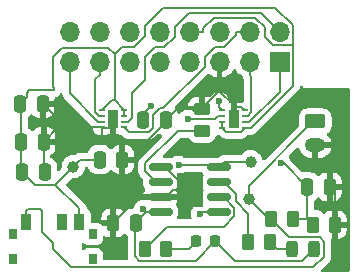
<source format=gbr>
%TF.GenerationSoftware,KiCad,Pcbnew,8.0.0*%
%TF.CreationDate,2024-04-21T04:34:17+02:00*%
%TF.ProjectId,MicroMouse Power,4d696372-6f4d-46f7-9573-6520506f7765,rev?*%
%TF.SameCoordinates,Original*%
%TF.FileFunction,Copper,L1,Top*%
%TF.FilePolarity,Positive*%
%FSLAX46Y46*%
G04 Gerber Fmt 4.6, Leading zero omitted, Abs format (unit mm)*
G04 Created by KiCad (PCBNEW 8.0.0) date 2024-04-21 04:34:17*
%MOMM*%
%LPD*%
G01*
G04 APERTURE LIST*
G04 Aperture macros list*
%AMRoundRect*
0 Rectangle with rounded corners*
0 $1 Rounding radius*
0 $2 $3 $4 $5 $6 $7 $8 $9 X,Y pos of 4 corners*
0 Add a 4 corners polygon primitive as box body*
4,1,4,$2,$3,$4,$5,$6,$7,$8,$9,$2,$3,0*
0 Add four circle primitives for the rounded corners*
1,1,$1+$1,$2,$3*
1,1,$1+$1,$4,$5*
1,1,$1+$1,$6,$7*
1,1,$1+$1,$8,$9*
0 Add four rect primitives between the rounded corners*
20,1,$1+$1,$2,$3,$4,$5,0*
20,1,$1+$1,$4,$5,$6,$7,0*
20,1,$1+$1,$6,$7,$8,$9,0*
20,1,$1+$1,$8,$9,$2,$3,0*%
G04 Aperture macros list end*
%TA.AperFunction,SMDPad,CuDef*%
%ADD10C,1.000000*%
%TD*%
%TA.AperFunction,SMDPad,CuDef*%
%ADD11RoundRect,0.250000X-0.250000X-0.475000X0.250000X-0.475000X0.250000X0.475000X-0.250000X0.475000X0*%
%TD*%
%TA.AperFunction,SMDPad,CuDef*%
%ADD12RoundRect,0.250000X-0.262500X-0.450000X0.262500X-0.450000X0.262500X0.450000X-0.262500X0.450000X0*%
%TD*%
%TA.AperFunction,SMDPad,CuDef*%
%ADD13RoundRect,0.062500X0.187500X0.062500X-0.187500X0.062500X-0.187500X-0.062500X0.187500X-0.062500X0*%
%TD*%
%TA.AperFunction,SMDPad,CuDef*%
%ADD14R,0.900000X1.600000*%
%TD*%
%TA.AperFunction,SMDPad,CuDef*%
%ADD15RoundRect,0.243750X-0.243750X-0.456250X0.243750X-0.456250X0.243750X0.456250X-0.243750X0.456250X0*%
%TD*%
%TA.AperFunction,ComponentPad*%
%ADD16RoundRect,0.250000X-0.625000X0.350000X-0.625000X-0.350000X0.625000X-0.350000X0.625000X0.350000X0*%
%TD*%
%TA.AperFunction,ComponentPad*%
%ADD17O,1.750000X1.200000*%
%TD*%
%TA.AperFunction,SMDPad,CuDef*%
%ADD18RoundRect,0.250000X0.450000X-0.262500X0.450000X0.262500X-0.450000X0.262500X-0.450000X-0.262500X0*%
%TD*%
%TA.AperFunction,SMDPad,CuDef*%
%ADD19RoundRect,0.250000X0.262500X0.450000X-0.262500X0.450000X-0.262500X-0.450000X0.262500X-0.450000X0*%
%TD*%
%TA.AperFunction,SMDPad,CuDef*%
%ADD20RoundRect,0.062500X-0.187500X-0.062500X0.187500X-0.062500X0.187500X0.062500X-0.187500X0.062500X0*%
%TD*%
%TA.AperFunction,SMDPad,CuDef*%
%ADD21RoundRect,0.250000X0.250000X0.475000X-0.250000X0.475000X-0.250000X-0.475000X0.250000X-0.475000X0*%
%TD*%
%TA.AperFunction,SMDPad,CuDef*%
%ADD22R,0.900000X1.400000*%
%TD*%
%TA.AperFunction,SMDPad,CuDef*%
%ADD23R,0.750000X0.850000*%
%TD*%
%TA.AperFunction,SMDPad,CuDef*%
%ADD24RoundRect,0.150000X-0.825000X-0.150000X0.825000X-0.150000X0.825000X0.150000X-0.825000X0.150000X0*%
%TD*%
%TA.AperFunction,HeatsinkPad*%
%ADD25R,2.290000X3.000000*%
%TD*%
%TA.AperFunction,SMDPad,CuDef*%
%ADD26RoundRect,0.218750X-0.218750X-0.256250X0.218750X-0.256250X0.218750X0.256250X-0.218750X0.256250X0*%
%TD*%
%TA.AperFunction,ComponentPad*%
%ADD27R,1.700000X1.700000*%
%TD*%
%TA.AperFunction,ComponentPad*%
%ADD28O,1.700000X1.700000*%
%TD*%
%TA.AperFunction,ViaPad*%
%ADD29C,0.600000*%
%TD*%
%TA.AperFunction,Conductor*%
%ADD30C,0.200000*%
%TD*%
G04 APERTURE END LIST*
D10*
%TO.P,TP5,1,1*%
%TO.N,+5V*%
X195900000Y-58410000D03*
%TD*%
D11*
%TO.P,C5,1*%
%TO.N,BATT*%
X176370000Y-53470000D03*
%TO.P,C5,2*%
%TO.N,GND*%
X178270000Y-53470000D03*
%TD*%
D10*
%TO.P,TP4,1,1*%
%TO.N,BATT*%
X180880000Y-58790000D03*
%TD*%
D11*
%TO.P,C4,1*%
%TO.N,BATT*%
X176560000Y-59240000D03*
%TO.P,C4,2*%
%TO.N,GND*%
X178460000Y-59240000D03*
%TD*%
D12*
%TO.P,R4,1*%
%TO.N,B+*%
X197645000Y-63240000D03*
%TO.P,R4,2*%
%TO.N,BATT_ADC*%
X199470000Y-63240000D03*
%TD*%
D13*
%TO.P,U5,1,VM*%
%TO.N,BATT*%
X195390000Y-55500000D03*
%TO.P,U5,2,OUT1*%
%TO.N,M2_A*%
X195390000Y-55000000D03*
%TO.P,U5,3,OUT2*%
%TO.N,M2_B*%
X195390000Y-54500000D03*
%TO.P,U5,4,GND*%
%TO.N,GND*%
X195390000Y-54000000D03*
%TO.P,U5,5,IN2*%
%TO.N,M2_PWM4*%
X193490000Y-54000000D03*
%TO.P,U5,6,IN1*%
%TO.N,M2_PWM3*%
X193490000Y-54500000D03*
%TO.P,U5,7,~{SLEEP}*%
%TO.N,BATT*%
X193490000Y-55000000D03*
%TO.P,U5,8,VCC*%
X193490000Y-55500000D03*
D14*
%TO.P,U5,9,GND*%
%TO.N,GND*%
X194440000Y-54750000D03*
%TD*%
D15*
%TO.P,D1,1,K*%
%TO.N,Net-(D1-K)*%
X199390000Y-65790000D03*
%TO.P,D1,2,A*%
%TO.N,+5V*%
X201265000Y-65790000D03*
%TD*%
D16*
%TO.P,J2,1,Pin_1*%
%TO.N,B+*%
X201360000Y-54970000D03*
D17*
%TO.P,J2,2,Pin_2*%
%TO.N,GND*%
X201360000Y-56970000D03*
%TD*%
D18*
%TO.P,R3,1*%
%TO.N,Net-(U1-PROG)*%
X191770000Y-55760000D03*
%TO.P,R3,2*%
%TO.N,GND*%
X191770000Y-53935000D03*
%TD*%
D11*
%TO.P,C2,1*%
%TO.N,B+*%
X186800000Y-54860000D03*
%TO.P,C2,2*%
%TO.N,GND*%
X188700000Y-54860000D03*
%TD*%
%TO.P,C3,1*%
%TO.N,BATT*%
X176460000Y-56680000D03*
%TO.P,C3,2*%
%TO.N,GND*%
X178360000Y-56680000D03*
%TD*%
%TO.P,C9,1*%
%TO.N,BATT_ADC*%
X200680000Y-60510000D03*
%TO.P,C9,2*%
%TO.N,GND*%
X202580000Y-60510000D03*
%TD*%
D10*
%TO.P,TP1,1,1*%
%TO.N,B+*%
X195730000Y-61560000D03*
%TD*%
D19*
%TO.P,R1,1*%
%TO.N,Net-(D2-K)*%
X188760000Y-65730000D03*
%TO.P,R1,2*%
%TO.N,Net-(U1-~{STDBY})*%
X186935000Y-65730000D03*
%TD*%
D20*
%TO.P,U4,1,VM*%
%TO.N,BATT*%
X183300000Y-53980000D03*
%TO.P,U4,2,OUT1*%
%TO.N,M1_A*%
X183300000Y-54480000D03*
%TO.P,U4,3,OUT2*%
%TO.N,M1_B*%
X183300000Y-54980000D03*
%TO.P,U4,4,GND*%
%TO.N,GND*%
X183300000Y-55480000D03*
%TO.P,U4,5,IN2*%
%TO.N,M1_PWM2*%
X185200000Y-55480000D03*
%TO.P,U4,6,IN1*%
%TO.N,M1_PWM1*%
X185200000Y-54980000D03*
%TO.P,U4,7,~{SLEEP}*%
%TO.N,BATT*%
X185200000Y-54480000D03*
%TO.P,U4,8,VCC*%
X185200000Y-53980000D03*
D14*
%TO.P,U4,9,GND*%
%TO.N,GND*%
X184250000Y-54730000D03*
%TD*%
D19*
%TO.P,R2,1*%
%TO.N,Net-(D1-K)*%
X197500000Y-65210000D03*
%TO.P,R2,2*%
%TO.N,Net-(U1-~{CHRG})*%
X195675000Y-65210000D03*
%TD*%
D21*
%TO.P,C1,1*%
%TO.N,+5V*%
X186150000Y-63570000D03*
%TO.P,C1,2*%
%TO.N,GND*%
X184250000Y-63570000D03*
%TD*%
D12*
%TO.P,R5,1*%
%TO.N,BATT_ADC*%
X201165000Y-63700000D03*
%TO.P,R5,2*%
%TO.N,GND*%
X202990000Y-63700000D03*
%TD*%
D22*
%TO.P,SW1,1,B*%
%TO.N,B+*%
X176890000Y-63513700D03*
%TO.P,SW1,2,C*%
%TO.N,unconnected-(SW1-C-Pad2)*%
X179890000Y-63513700D03*
%TO.P,SW1,3,A*%
%TO.N,BATT*%
X181390000Y-63513700D03*
D23*
%TO.P,SW1,4*%
%TO.N,N/C*%
X175765000Y-64480700D03*
%TO.P,SW1,5*%
X175765000Y-66630700D03*
%TO.P,SW1,6*%
X182515000Y-64480700D03*
%TO.P,SW1,7*%
X182515000Y-66605700D03*
%TD*%
D11*
%TO.P,C6,1*%
%TO.N,BATT*%
X183120000Y-58210000D03*
%TO.P,C6,2*%
%TO.N,GND*%
X185020000Y-58210000D03*
%TD*%
D24*
%TO.P,U1,1,TEMP*%
%TO.N,GND*%
X188265000Y-58855000D03*
%TO.P,U1,2,PROG*%
%TO.N,Net-(U1-PROG)*%
X188265000Y-60125000D03*
%TO.P,U1,3,GND*%
%TO.N,GND*%
X188265000Y-61395000D03*
%TO.P,U1,4,VCC*%
%TO.N,+5V*%
X188265000Y-62665000D03*
%TO.P,U1,5,BAT*%
%TO.N,B+*%
X193215000Y-62665000D03*
%TO.P,U1,6,~{STDBY}*%
%TO.N,Net-(U1-~{STDBY})*%
X193215000Y-61395000D03*
%TO.P,U1,7,~{CHRG}*%
%TO.N,Net-(U1-~{CHRG})*%
X193215000Y-60125000D03*
%TO.P,U1,8,CE*%
%TO.N,+5V*%
X193215000Y-58855000D03*
D25*
%TO.P,U1,9,PP*%
%TO.N,GND*%
X190740000Y-60760000D03*
%TD*%
D26*
%TO.P,D2,1,K*%
%TO.N,Net-(D2-K)*%
X191292500Y-65120000D03*
%TO.P,D2,2,A*%
%TO.N,+5V*%
X192867500Y-65120000D03*
%TD*%
D27*
%TO.P,J1,1,Pin_1*%
%TO.N,M2_A*%
X198330000Y-49900000D03*
D28*
%TO.P,J1,2,Pin_2*%
%TO.N,M1_PWM1*%
X198330000Y-47360000D03*
%TO.P,J1,3,Pin_3*%
%TO.N,M2_B*%
X195790000Y-49900000D03*
%TO.P,J1,4,Pin_4*%
%TO.N,M1_PWM2*%
X195790000Y-47360000D03*
%TO.P,J1,5,Pin_5*%
%TO.N,GND*%
X193250000Y-49900000D03*
%TO.P,J1,6,Pin_6*%
X193250000Y-47360000D03*
%TO.P,J1,7,Pin_7*%
%TO.N,BATT*%
X190710000Y-49900000D03*
%TO.P,J1,8,Pin_8*%
X190710000Y-47360000D03*
%TO.P,J1,9,Pin_9*%
%TO.N,unconnected-(J1-Pin_9-Pad9)*%
X188170000Y-49900000D03*
%TO.P,J1,10,Pin_10*%
%TO.N,BATT_ADC*%
X188170000Y-47360000D03*
%TO.P,J1,11,Pin_11*%
%TO.N,+5V*%
X185630000Y-49900000D03*
%TO.P,J1,12,Pin_12*%
X185630000Y-47360000D03*
%TO.P,J1,13,Pin_13*%
%TO.N,M1_A*%
X183090000Y-49900000D03*
%TO.P,J1,14,Pin_14*%
%TO.N,M2_PWM3*%
X183090000Y-47360000D03*
%TO.P,J1,15,Pin_15*%
%TO.N,M1_B*%
X180550000Y-49900000D03*
%TO.P,J1,16,Pin_16*%
%TO.N,M2_PWM4*%
X180550000Y-47360000D03*
%TD*%
D29*
%TO.N,+5V*%
X186784100Y-62394100D03*
X189782500Y-58662800D03*
%TO.N,B+*%
X191608600Y-62774100D03*
X187476600Y-53670300D03*
%TO.N,M2_PWM4*%
X193216800Y-53254800D03*
%TO.N,M2_PWM3*%
X190565700Y-54760500D03*
%TO.N,BATT_ADC*%
X198486300Y-58503000D03*
%TD*%
D30*
%TO.N,+5V*%
X186467400Y-66760700D02*
X191226800Y-66760700D01*
X191226800Y-66760700D02*
X192867500Y-65120000D01*
X187055000Y-62665000D02*
X186150000Y-63570000D01*
X194542600Y-66795100D02*
X200259900Y-66795100D01*
X193215000Y-58855000D02*
X193022800Y-58662800D01*
X193660000Y-58410000D02*
X195900000Y-58410000D01*
X192867500Y-65120000D02*
X194542600Y-66795100D01*
X193215000Y-58855000D02*
X193660000Y-58410000D01*
X186150000Y-63570000D02*
X186099700Y-63620300D01*
X186784100Y-62394100D02*
X187055000Y-62665000D01*
X186099700Y-63620300D02*
X186099700Y-66393000D01*
X188265000Y-62665000D02*
X187055000Y-62665000D01*
X200259900Y-66795100D02*
X201265000Y-65790000D01*
X193022800Y-58662800D02*
X189782500Y-58662800D01*
X186099700Y-66393000D02*
X186467400Y-66760700D01*
%TO.N,B+*%
X202110600Y-65135700D02*
X201720000Y-64745100D01*
X178240000Y-64340000D02*
X179140000Y-65240000D01*
X191717700Y-62665000D02*
X191608600Y-62774100D01*
X201165800Y-54970000D02*
X201360000Y-54970000D01*
X197410000Y-63240000D02*
X197645000Y-63240000D01*
X178240000Y-62530000D02*
X178240000Y-64340000D01*
X193215000Y-62665000D02*
X191717700Y-62665000D01*
X199150100Y-64745100D02*
X197645000Y-63240000D01*
X180711200Y-67334900D02*
X201197100Y-67334900D01*
X186800000Y-54860000D02*
X186800000Y-54346900D01*
X201197100Y-67334900D02*
X202110600Y-66421400D01*
X178070000Y-62360000D02*
X178240000Y-62530000D01*
X176890000Y-63513700D02*
X176890000Y-62540000D01*
X179140000Y-65763700D02*
X180711200Y-67334900D01*
X202110600Y-66421400D02*
X202110600Y-65135700D01*
X186800000Y-54346900D02*
X187476600Y-53670300D01*
X177070000Y-62360000D02*
X178070000Y-62360000D01*
X195730000Y-61560000D02*
X197410000Y-63240000D01*
X195730000Y-60405800D02*
X201165800Y-54970000D01*
X179140000Y-65240000D02*
X179140000Y-65763700D01*
X176890000Y-62540000D02*
X177070000Y-62360000D01*
X195730000Y-61560000D02*
X195730000Y-60405800D01*
X201720000Y-64745100D02*
X199150100Y-64745100D01*
%TO.N,Net-(D1-K)*%
X198080000Y-65790000D02*
X197500000Y-65210000D01*
X199390000Y-65790000D02*
X198080000Y-65790000D01*
%TO.N,Net-(D2-K)*%
X188760000Y-65730000D02*
X190682500Y-65730000D01*
X190682500Y-65730000D02*
X191292500Y-65120000D01*
%TO.N,M2_PWM4*%
X193216800Y-53726800D02*
X193490000Y-54000000D01*
X193216800Y-53254800D02*
X193216800Y-53726800D01*
%TO.N,M2_PWM3*%
X193156500Y-54500000D02*
X192896000Y-54760500D01*
X192896000Y-54760500D02*
X190565700Y-54760500D01*
X193490000Y-54500000D02*
X193156500Y-54500000D01*
%TO.N,M1_A*%
X183034500Y-54480000D02*
X183300000Y-54480000D01*
X183090000Y-51051700D02*
X182743400Y-51398300D01*
X182743400Y-51398300D02*
X182743400Y-54188900D01*
X183090000Y-49900000D02*
X183090000Y-51051700D01*
X182743400Y-54188900D02*
X183034500Y-54480000D01*
%TO.N,M2_B*%
X195790000Y-49900000D02*
X195790000Y-51051700D01*
X195943700Y-51205400D02*
X195943700Y-54211800D01*
X195655500Y-54500000D02*
X195390000Y-54500000D01*
X195943700Y-54211800D02*
X195655500Y-54500000D01*
X195790000Y-51051700D02*
X195943700Y-51205400D01*
%TO.N,M1_PWM2*%
X188470500Y-53832300D02*
X191980000Y-50322800D01*
X185200000Y-55480000D02*
X185607700Y-55887700D01*
X187602700Y-55563800D02*
X187602700Y-54428000D01*
X188198400Y-53832300D02*
X188470500Y-53832300D01*
X193636800Y-48630000D02*
X194638300Y-47628500D01*
X191980000Y-49540700D02*
X192890700Y-48630000D01*
X187278800Y-55887700D02*
X187602700Y-55563800D01*
X194638300Y-47628500D02*
X194638300Y-47360000D01*
X185607700Y-55887700D02*
X187278800Y-55887700D01*
X192890700Y-48630000D02*
X193636800Y-48630000D01*
X195790000Y-47360000D02*
X194638300Y-47360000D01*
X187602700Y-54428000D02*
X188198400Y-53832300D01*
X191980000Y-50322800D02*
X191980000Y-49540700D01*
%TO.N,BATT_ADC*%
X200680000Y-60510000D02*
X200680000Y-63240000D01*
X198673000Y-58503000D02*
X200680000Y-60510000D01*
X199470000Y-63240000D02*
X200680000Y-63240000D01*
X198486300Y-58503000D02*
X198673000Y-58503000D01*
X200705000Y-63240000D02*
X201165000Y-63700000D01*
X200680000Y-63240000D02*
X200705000Y-63240000D01*
%TO.N,BATT*%
X177630100Y-60310100D02*
X179359900Y-60310100D01*
X176960000Y-52880000D02*
X176960000Y-52540000D01*
X177150000Y-52350000D02*
X178760000Y-52350000D01*
X184360000Y-53140000D02*
X185200000Y-53980000D01*
X185200000Y-54480000D02*
X185200000Y-53980000D01*
X196258900Y-46193000D02*
X192760200Y-46193000D01*
X176560000Y-59240000D02*
X177630100Y-60310100D01*
X181460000Y-58210000D02*
X180880000Y-58790000D01*
X176460000Y-56680000D02*
X176460000Y-59140000D01*
X195912700Y-55500000D02*
X199483300Y-51929400D01*
X186024100Y-48630000D02*
X186900000Y-47754100D01*
X176460000Y-59140000D02*
X176560000Y-59240000D01*
X176960000Y-52540000D02*
X177150000Y-52350000D01*
X176370000Y-53470000D02*
X176460000Y-53560000D01*
X195038300Y-55851700D02*
X193841700Y-55851700D01*
X184360000Y-49297800D02*
X185027800Y-48630000D01*
X192760200Y-46193000D02*
X191861700Y-47091500D01*
X176370000Y-53470000D02*
X176960000Y-52880000D01*
X179200000Y-52090000D02*
X179170000Y-52060000D01*
X199483300Y-51929400D02*
X199483300Y-48523400D01*
X197060000Y-46994100D02*
X196258900Y-46193000D01*
X188477100Y-45351500D02*
X197989100Y-45351500D01*
X176460000Y-53560000D02*
X176664400Y-53560000D01*
X179200000Y-52330000D02*
X179200000Y-52090000D01*
X199483300Y-48523400D02*
X197805100Y-48523400D01*
X195390000Y-55500000D02*
X195038300Y-55851700D01*
X197060000Y-47778300D02*
X197060000Y-46994100D01*
X184360000Y-53140000D02*
X184140000Y-53140000D01*
X179359900Y-60310100D02*
X181390000Y-62340200D01*
X197989100Y-45351500D02*
X199483300Y-46845700D01*
X183120000Y-58210000D02*
X181460000Y-58210000D01*
X183810500Y-48748300D02*
X184360000Y-49297800D01*
X190710000Y-47360000D02*
X191861700Y-47360000D01*
X176460000Y-53560000D02*
X176460000Y-56680000D01*
X193841700Y-55851700D02*
X193490000Y-55500000D01*
X178760000Y-52350000D02*
X178770000Y-52340000D01*
X193490000Y-55000000D02*
X193490000Y-55500000D01*
X186900000Y-47754100D02*
X186900000Y-46928600D01*
X179170000Y-49510000D02*
X179931700Y-48748300D01*
X184140000Y-53140000D02*
X183300000Y-53980000D01*
X179190000Y-52340000D02*
X179200000Y-52330000D01*
X179170000Y-52060000D02*
X179170000Y-49510000D01*
X186900000Y-46928600D02*
X188477100Y-45351500D01*
X179931700Y-48748300D02*
X183810500Y-48748300D01*
X179359900Y-60310100D02*
X180880000Y-58790000D01*
X184360000Y-49297800D02*
X184360000Y-53140000D01*
X197805100Y-48523400D02*
X197060000Y-47778300D01*
X191861700Y-47091500D02*
X191861700Y-47360000D01*
X181390000Y-62340200D02*
X181390000Y-63513700D01*
X199483300Y-46845700D02*
X199483300Y-48523400D01*
X195390000Y-55500000D02*
X195912700Y-55500000D01*
X185027800Y-48630000D02*
X186024100Y-48630000D01*
X178770000Y-52340000D02*
X179190000Y-52340000D01*
%TO.N,M2_A*%
X198330000Y-49900000D02*
X198330000Y-51051700D01*
X195774200Y-55000000D02*
X195390000Y-55000000D01*
X198330000Y-52444200D02*
X195774200Y-55000000D01*
X198330000Y-51051700D02*
X198330000Y-52444200D01*
%TO.N,M1_B*%
X180550000Y-49900000D02*
X180550000Y-52596200D01*
X180550000Y-52596200D02*
X182933800Y-54980000D01*
X182933800Y-54980000D02*
X183300000Y-54980000D01*
%TO.N,M1_PWM1*%
X190649200Y-45784800D02*
X196754800Y-45784800D01*
X185824800Y-52534100D02*
X186900000Y-51458900D01*
X185824800Y-54636500D02*
X185824800Y-52534100D01*
X188588300Y-48630000D02*
X189440000Y-47778300D01*
X189440000Y-47778300D02*
X189440000Y-46994000D01*
X186900000Y-51458900D02*
X186900000Y-49481600D01*
X185200000Y-54980000D02*
X185481300Y-54980000D01*
X186900000Y-49481600D02*
X187751600Y-48630000D01*
X185481300Y-54980000D02*
X185824800Y-54636500D01*
X196754800Y-45784800D02*
X198330000Y-47360000D01*
X187751600Y-48630000D02*
X188588300Y-48630000D01*
X189440000Y-46994000D02*
X190649200Y-45784800D01*
%TO.N,Net-(U1-~{STDBY})*%
X194501300Y-63016100D02*
X194501300Y-62289100D01*
X186935000Y-65730000D02*
X188796800Y-63868200D01*
X188796800Y-63868200D02*
X193649200Y-63868200D01*
X194501300Y-62289100D02*
X193607200Y-61395000D01*
X193649200Y-63868200D02*
X194501300Y-63016100D01*
X193607200Y-61395000D02*
X193215000Y-61395000D01*
%TO.N,Net-(U1-~{CHRG})*%
X194630400Y-61141700D02*
X194630400Y-61722100D01*
X193613700Y-60125000D02*
X194630400Y-61141700D01*
X195675000Y-62766700D02*
X195675000Y-65210000D01*
X193215000Y-60125000D02*
X193613700Y-60125000D01*
X194630400Y-61722100D02*
X195675000Y-62766700D01*
%TO.N,Net-(U1-PROG)*%
X187903000Y-60125000D02*
X186983400Y-59205400D01*
X186983400Y-58510500D02*
X189733900Y-55760000D01*
X186983400Y-59205400D02*
X186983400Y-58510500D01*
X188265000Y-60125000D02*
X187903000Y-60125000D01*
X189733900Y-55760000D02*
X191770000Y-55760000D01*
%TO.N,GND*%
X188656600Y-58855000D02*
X188265000Y-58855000D01*
X191770000Y-53935000D02*
X191770000Y-53817700D01*
X194440000Y-54750000D02*
X194440000Y-53711500D01*
X178460000Y-59240000D02*
X178360000Y-59140000D01*
X185020000Y-58210000D02*
X185020000Y-56601700D01*
X194440000Y-53711500D02*
X195101500Y-53711500D01*
X188265000Y-61395000D02*
X188658300Y-61395000D01*
X186483900Y-61336100D02*
X184250000Y-63570000D01*
X184250000Y-55518400D02*
X183338400Y-55518400D01*
X202990000Y-63700000D02*
X202990000Y-60920000D01*
X188658300Y-61395000D02*
X189293300Y-60760000D01*
X184250000Y-55518400D02*
X184250000Y-55831700D01*
X189625000Y-53935000D02*
X188700000Y-54860000D01*
X191770000Y-53935000D02*
X189625000Y-53935000D01*
X190484700Y-60760000D02*
X190484700Y-60683100D01*
X193204000Y-51428500D02*
X193204000Y-52383600D01*
X190484700Y-60760000D02*
X189293300Y-60760000D01*
X191770000Y-53817700D02*
X193204100Y-52383600D01*
X185020000Y-56601700D02*
X187132800Y-56601700D01*
X194440000Y-53619600D02*
X194440000Y-53711500D01*
X188265000Y-61395000D02*
X186542800Y-61395000D01*
X202580000Y-59091700D02*
X201360000Y-57871700D01*
X186483900Y-61336100D02*
X185020000Y-59872200D01*
X183338400Y-55518400D02*
X183300000Y-55480000D01*
X190484700Y-60683100D02*
X188656600Y-58855000D01*
X185020000Y-56601700D02*
X184250000Y-55831700D01*
X202990000Y-60920000D02*
X202580000Y-60510000D01*
X183300000Y-55480000D02*
X179560000Y-55480000D01*
X185020000Y-59872200D02*
X185020000Y-58210000D01*
X188700000Y-55034500D02*
X188700000Y-54860000D01*
X193250000Y-49900000D02*
X193250000Y-51051700D01*
X193204100Y-52383600D02*
X194440000Y-53619600D01*
X186542800Y-61395000D02*
X186483900Y-61336100D01*
X179560000Y-55480000D02*
X179560000Y-54760000D01*
X202580000Y-60510000D02*
X202580000Y-59091700D01*
X193250000Y-51382500D02*
X193204000Y-51428500D01*
X201360000Y-56970000D02*
X201360000Y-57871700D01*
X178360000Y-59140000D02*
X178360000Y-56680000D01*
X190740000Y-60760000D02*
X190484700Y-60760000D01*
X179560000Y-55480000D02*
X178360000Y-56680000D01*
X193250000Y-51051700D02*
X193250000Y-51382500D01*
X184250000Y-54730000D02*
X184250000Y-55518400D01*
X193204000Y-52383600D02*
X193204100Y-52383600D01*
X187132800Y-56601700D02*
X188700000Y-55034500D01*
X179560000Y-54760000D02*
X178270000Y-53470000D01*
X195101500Y-53711500D02*
X195390000Y-54000000D01*
%TD*%
%TA.AperFunction,Conductor*%
%TO.N,GND*%
G36*
X200238397Y-51978773D02*
G01*
X200277266Y-52005080D01*
X200312686Y-52040500D01*
X200426814Y-52106392D01*
X200554108Y-52140500D01*
X204145500Y-52140500D01*
X204212539Y-52160185D01*
X204258294Y-52212989D01*
X204269500Y-52264500D01*
X204269500Y-67605500D01*
X204249815Y-67672539D01*
X204197011Y-67718294D01*
X204145500Y-67729500D01*
X201951096Y-67729500D01*
X201884057Y-67709815D01*
X201838302Y-67657011D01*
X201828358Y-67587853D01*
X201857383Y-67524297D01*
X201863415Y-67517819D01*
X202083206Y-67298028D01*
X202479313Y-66901921D01*
X202479316Y-66901920D01*
X202591120Y-66790116D01*
X202641239Y-66703304D01*
X202670177Y-66653185D01*
X202711100Y-66500457D01*
X202711100Y-66342343D01*
X202711100Y-65224759D01*
X202711101Y-65224746D01*
X202711101Y-65056645D01*
X202711101Y-65056643D01*
X202702634Y-65025044D01*
X202704297Y-64955196D01*
X202734728Y-64905271D01*
X202740000Y-64899999D01*
X202740000Y-63950000D01*
X203240000Y-63950000D01*
X203240000Y-64899999D01*
X203302472Y-64899999D01*
X203302486Y-64899998D01*
X203405197Y-64889505D01*
X203571619Y-64834358D01*
X203571624Y-64834356D01*
X203720845Y-64742315D01*
X203844815Y-64618345D01*
X203936856Y-64469124D01*
X203936858Y-64469119D01*
X203992005Y-64302697D01*
X203992006Y-64302690D01*
X204002499Y-64199986D01*
X204002500Y-64199973D01*
X204002500Y-63950000D01*
X203240000Y-63950000D01*
X202740000Y-63950000D01*
X202740000Y-62500000D01*
X203240000Y-62500000D01*
X203240000Y-63450000D01*
X204002499Y-63450000D01*
X204002499Y-63200028D01*
X204002498Y-63200013D01*
X203992005Y-63097302D01*
X203936858Y-62930880D01*
X203936856Y-62930875D01*
X203844815Y-62781654D01*
X203720845Y-62657684D01*
X203571624Y-62565643D01*
X203571619Y-62565641D01*
X203405197Y-62510494D01*
X203405190Y-62510493D01*
X203302486Y-62500000D01*
X203240000Y-62500000D01*
X202740000Y-62500000D01*
X202739999Y-62499999D01*
X202677528Y-62500000D01*
X202677511Y-62500001D01*
X202574802Y-62510494D01*
X202408380Y-62565641D01*
X202408375Y-62565643D01*
X202259157Y-62657682D01*
X202165534Y-62751305D01*
X202104210Y-62784789D01*
X202034519Y-62779805D01*
X201990172Y-62751304D01*
X201896157Y-62657289D01*
X201896156Y-62657288D01*
X201756862Y-62571371D01*
X201746836Y-62565187D01*
X201746831Y-62565185D01*
X201745362Y-62564698D01*
X201580297Y-62510001D01*
X201580295Y-62510000D01*
X201477516Y-62499500D01*
X201477509Y-62499500D01*
X201404500Y-62499500D01*
X201337461Y-62479815D01*
X201291706Y-62427011D01*
X201280500Y-62375500D01*
X201280500Y-61719797D01*
X201300185Y-61652758D01*
X201339403Y-61614258D01*
X201398656Y-61577712D01*
X201522712Y-61453656D01*
X201524752Y-61450347D01*
X201526745Y-61448555D01*
X201527193Y-61447989D01*
X201527289Y-61448065D01*
X201576694Y-61403623D01*
X201645656Y-61392395D01*
X201709740Y-61420234D01*
X201735829Y-61450339D01*
X201737681Y-61453341D01*
X201737683Y-61453344D01*
X201861654Y-61577315D01*
X202010875Y-61669356D01*
X202010880Y-61669358D01*
X202177302Y-61724505D01*
X202177309Y-61724506D01*
X202280019Y-61734999D01*
X202329999Y-61734998D01*
X202330000Y-61734998D01*
X202330000Y-60760000D01*
X202830000Y-60760000D01*
X202830000Y-61734999D01*
X202879972Y-61734999D01*
X202879986Y-61734998D01*
X202982697Y-61724505D01*
X203149119Y-61669358D01*
X203149124Y-61669356D01*
X203298345Y-61577315D01*
X203422315Y-61453345D01*
X203514356Y-61304124D01*
X203514358Y-61304119D01*
X203569505Y-61137697D01*
X203569506Y-61137690D01*
X203579999Y-61034986D01*
X203580000Y-61034973D01*
X203580000Y-60760000D01*
X202830000Y-60760000D01*
X202330000Y-60760000D01*
X202330000Y-59285000D01*
X202830000Y-59285000D01*
X202830000Y-60260000D01*
X203579999Y-60260000D01*
X203579999Y-59985028D01*
X203579998Y-59985013D01*
X203569505Y-59882302D01*
X203514358Y-59715880D01*
X203514356Y-59715875D01*
X203422315Y-59566654D01*
X203298345Y-59442684D01*
X203149124Y-59350643D01*
X203149119Y-59350641D01*
X202982697Y-59295494D01*
X202982690Y-59295493D01*
X202879986Y-59285000D01*
X202830000Y-59285000D01*
X202330000Y-59285000D01*
X202329999Y-59284999D01*
X202280029Y-59285000D01*
X202280011Y-59285001D01*
X202177302Y-59295494D01*
X202010880Y-59350641D01*
X202010875Y-59350643D01*
X201861654Y-59442684D01*
X201737683Y-59566655D01*
X201737679Y-59566660D01*
X201735826Y-59569665D01*
X201734018Y-59571290D01*
X201733202Y-59572323D01*
X201733025Y-59572183D01*
X201683874Y-59616385D01*
X201614911Y-59627601D01*
X201550831Y-59599752D01*
X201524753Y-59569653D01*
X201524737Y-59569628D01*
X201522712Y-59566344D01*
X201398656Y-59442288D01*
X201249334Y-59350186D01*
X201082797Y-59295001D01*
X201082795Y-59295000D01*
X200980010Y-59284500D01*
X200379999Y-59284500D01*
X200379985Y-59284501D01*
X200369415Y-59285581D01*
X200300723Y-59272807D01*
X200269139Y-59249903D01*
X199253296Y-58234061D01*
X199223935Y-58187333D01*
X199223790Y-58186920D01*
X199212089Y-58153478D01*
X199154798Y-58062300D01*
X199117860Y-58003513D01*
X199098860Y-57936276D01*
X199119228Y-57869441D01*
X199135168Y-57849865D01*
X199806558Y-57178475D01*
X199867879Y-57144992D01*
X199937571Y-57149976D01*
X199993504Y-57191848D01*
X200012168Y-57227839D01*
X200065591Y-57392257D01*
X200144195Y-57546524D01*
X200245967Y-57686602D01*
X200368397Y-57809032D01*
X200508475Y-57910804D01*
X200662742Y-57989408D01*
X200827415Y-58042914D01*
X200998429Y-58070000D01*
X201110000Y-58070000D01*
X201110000Y-57250330D01*
X201129745Y-57270075D01*
X201215255Y-57319444D01*
X201310630Y-57345000D01*
X201409370Y-57345000D01*
X201504745Y-57319444D01*
X201590255Y-57270075D01*
X201610000Y-57250330D01*
X201610000Y-58070000D01*
X201721571Y-58070000D01*
X201892584Y-58042914D01*
X202057257Y-57989408D01*
X202211524Y-57910804D01*
X202351602Y-57809032D01*
X202474032Y-57686602D01*
X202575804Y-57546524D01*
X202654408Y-57392255D01*
X202707914Y-57227584D01*
X202709115Y-57220000D01*
X201640330Y-57220000D01*
X201660075Y-57200255D01*
X201709444Y-57114745D01*
X201735000Y-57019370D01*
X201735000Y-56920630D01*
X201709444Y-56825255D01*
X201660075Y-56739745D01*
X201640330Y-56720000D01*
X202709115Y-56720000D01*
X202709115Y-56719999D01*
X202707914Y-56712415D01*
X202654408Y-56547744D01*
X202575804Y-56393475D01*
X202474032Y-56253397D01*
X202366434Y-56145799D01*
X202332949Y-56084476D01*
X202337933Y-56014784D01*
X202379805Y-55958851D01*
X202388995Y-55952594D01*
X202453656Y-55912712D01*
X202577712Y-55788656D01*
X202669814Y-55639334D01*
X202724999Y-55472797D01*
X202735500Y-55370009D01*
X202735499Y-54569992D01*
X202730792Y-54523918D01*
X202724999Y-54467203D01*
X202724998Y-54467200D01*
X202707256Y-54413659D01*
X202669814Y-54300666D01*
X202577712Y-54151344D01*
X202453656Y-54027288D01*
X202342270Y-53958585D01*
X202304336Y-53935187D01*
X202304331Y-53935185D01*
X202248408Y-53916654D01*
X202137797Y-53880001D01*
X202137795Y-53880000D01*
X202035010Y-53869500D01*
X200684998Y-53869500D01*
X200684981Y-53869501D01*
X200582203Y-53880000D01*
X200582200Y-53880001D01*
X200415668Y-53935185D01*
X200415663Y-53935187D01*
X200266342Y-54027289D01*
X200142289Y-54151342D01*
X200050187Y-54300663D01*
X200050185Y-54300668D01*
X200045332Y-54315315D01*
X199995001Y-54467203D01*
X199995001Y-54467204D01*
X199995000Y-54467204D01*
X199984500Y-54569983D01*
X199984500Y-55250702D01*
X199964815Y-55317741D01*
X199948181Y-55338383D01*
X197075757Y-58210806D01*
X197014434Y-58244291D01*
X196944742Y-58239307D01*
X196888809Y-58197435D01*
X196869418Y-58159126D01*
X196828814Y-58025273D01*
X196828812Y-58025270D01*
X196828812Y-58025268D01*
X196735913Y-57851467D01*
X196735909Y-57851460D01*
X196610883Y-57699116D01*
X196458539Y-57574090D01*
X196458532Y-57574086D01*
X196284733Y-57481188D01*
X196284727Y-57481186D01*
X196096132Y-57423976D01*
X196096129Y-57423975D01*
X195900000Y-57404659D01*
X195703870Y-57423975D01*
X195515266Y-57481188D01*
X195341467Y-57574086D01*
X195341460Y-57574090D01*
X195189116Y-57699116D01*
X195135733Y-57764165D01*
X195077988Y-57803499D01*
X195039880Y-57809500D01*
X193746669Y-57809500D01*
X193746653Y-57809499D01*
X193739057Y-57809499D01*
X193580943Y-57809499D01*
X193485173Y-57835161D01*
X193428210Y-57850424D01*
X193428209Y-57850425D01*
X193388793Y-57873183D01*
X193388791Y-57873184D01*
X193291290Y-57929475D01*
X193291282Y-57929481D01*
X193202583Y-58018181D01*
X193141260Y-58051666D01*
X193114902Y-58054500D01*
X192324298Y-58054500D01*
X192287432Y-58057401D01*
X192281201Y-58058540D01*
X192281153Y-58058281D01*
X192252924Y-58062300D01*
X190364912Y-58062300D01*
X190297873Y-58042615D01*
X190287597Y-58035245D01*
X190284763Y-58032985D01*
X190284762Y-58032984D01*
X190159248Y-57954118D01*
X190132023Y-57937011D01*
X189961754Y-57877431D01*
X189961749Y-57877430D01*
X189782504Y-57857235D01*
X189782496Y-57857235D01*
X189603250Y-57877430D01*
X189603245Y-57877431D01*
X189432976Y-57937011D01*
X189274342Y-58036689D01*
X189273315Y-58035055D01*
X189217488Y-58057846D01*
X189195137Y-58058108D01*
X189155649Y-58055000D01*
X188587497Y-58055000D01*
X188520458Y-58035315D01*
X188474703Y-57982511D01*
X188464759Y-57913353D01*
X188493784Y-57849797D01*
X188499816Y-57843319D01*
X189946316Y-56396819D01*
X190007639Y-56363334D01*
X190033997Y-56360500D01*
X190577492Y-56360500D01*
X190644531Y-56380185D01*
X190683029Y-56419401D01*
X190727288Y-56491156D01*
X190851344Y-56615212D01*
X191000666Y-56707314D01*
X191167203Y-56762499D01*
X191269991Y-56773000D01*
X192270008Y-56772999D01*
X192270016Y-56772998D01*
X192270019Y-56772998D01*
X192326302Y-56767248D01*
X192372797Y-56762499D01*
X192539334Y-56707314D01*
X192688656Y-56615212D01*
X192812712Y-56491156D01*
X192904814Y-56341834D01*
X192959999Y-56175297D01*
X192959999Y-56175292D01*
X192960380Y-56174144D01*
X193000152Y-56116699D01*
X193064668Y-56089876D01*
X193125538Y-56098587D01*
X193141019Y-56104999D01*
X193155528Y-56111009D01*
X193224634Y-56120106D01*
X193288529Y-56148372D01*
X193296129Y-56155364D01*
X193356839Y-56216074D01*
X193356849Y-56216085D01*
X193361179Y-56220415D01*
X193361180Y-56220416D01*
X193472984Y-56332220D01*
X193535336Y-56368218D01*
X193559795Y-56382339D01*
X193559797Y-56382341D01*
X193579082Y-56393475D01*
X193609915Y-56411277D01*
X193762643Y-56452201D01*
X193762646Y-56452201D01*
X193928353Y-56452201D01*
X193928369Y-56452200D01*
X194951631Y-56452200D01*
X194951647Y-56452201D01*
X194959243Y-56452201D01*
X195117354Y-56452201D01*
X195117357Y-56452201D01*
X195270085Y-56411277D01*
X195320204Y-56382339D01*
X195407016Y-56332220D01*
X195518820Y-56220416D01*
X195518820Y-56220414D01*
X195529028Y-56210207D01*
X195529030Y-56210204D01*
X195583871Y-56155362D01*
X195645192Y-56121879D01*
X195655346Y-56120108D01*
X195724472Y-56111009D01*
X195727058Y-56109938D01*
X195774508Y-56100500D01*
X195826031Y-56100500D01*
X195826047Y-56100501D01*
X195833643Y-56100501D01*
X195991754Y-56100501D01*
X195991757Y-56100501D01*
X196144485Y-56059577D01*
X196213356Y-56019814D01*
X196281416Y-55980520D01*
X196393220Y-55868716D01*
X196393220Y-55868714D01*
X196403424Y-55858511D01*
X196403428Y-55858506D01*
X199841806Y-52420128D01*
X199841811Y-52420124D01*
X199852014Y-52409920D01*
X199852016Y-52409920D01*
X199963820Y-52298116D01*
X200037046Y-52171284D01*
X200042877Y-52161185D01*
X200069811Y-52060665D01*
X200106175Y-52001007D01*
X200169022Y-51970478D01*
X200238397Y-51978773D01*
G37*
%TD.AperFunction*%
%TA.AperFunction,Conductor*%
G36*
X179903459Y-52595862D02*
G01*
X179943989Y-52652776D01*
X179947824Y-52669005D01*
X179949499Y-52675256D01*
X179949499Y-52675257D01*
X179990423Y-52827985D01*
X179991876Y-52830502D01*
X179991882Y-52830523D01*
X179991887Y-52830521D01*
X180069475Y-52964909D01*
X180069481Y-52964917D01*
X180188349Y-53083785D01*
X180188355Y-53083790D01*
X182448939Y-55344374D01*
X182448949Y-55344385D01*
X182453279Y-55348715D01*
X182453280Y-55348716D01*
X182544228Y-55439664D01*
X182577712Y-55500985D01*
X182572728Y-55570677D01*
X182553166Y-55603424D01*
X182564478Y-55689340D01*
X182564478Y-55689342D01*
X182621156Y-55826175D01*
X182711320Y-55943679D01*
X182828824Y-56033843D01*
X182965658Y-56090521D01*
X183075622Y-56104999D01*
X183075637Y-56105000D01*
X183175000Y-56105000D01*
X183175000Y-55729499D01*
X183194685Y-55662460D01*
X183247489Y-55616705D01*
X183298997Y-55605499D01*
X183301001Y-55605499D01*
X183368039Y-55625184D01*
X183413794Y-55677988D01*
X183425000Y-55729499D01*
X183425000Y-56105000D01*
X183524363Y-56105000D01*
X183524377Y-56104999D01*
X183634341Y-56090521D01*
X183634342Y-56090521D01*
X183757666Y-56039439D01*
X183805119Y-56030000D01*
X184000000Y-56030000D01*
X184000000Y-55301069D01*
X184009439Y-55253616D01*
X184036009Y-55189472D01*
X184050500Y-55079401D01*
X184050499Y-54880600D01*
X184036009Y-54770528D01*
X184036008Y-54770525D01*
X184033905Y-54762674D01*
X184037207Y-54761789D01*
X184031392Y-54708075D01*
X184034501Y-54697485D01*
X184033905Y-54697326D01*
X184036008Y-54689475D01*
X184036008Y-54689474D01*
X184036009Y-54689472D01*
X184049392Y-54587814D01*
X184077658Y-54523918D01*
X184135983Y-54485447D01*
X184172331Y-54480000D01*
X184327670Y-54480000D01*
X184394709Y-54499685D01*
X184440464Y-54552489D01*
X184450609Y-54587817D01*
X184463989Y-54689468D01*
X184466094Y-54697322D01*
X184462814Y-54698200D01*
X184468581Y-54752073D01*
X184465517Y-54762522D01*
X184466095Y-54762677D01*
X184463990Y-54770529D01*
X184449500Y-54880598D01*
X184449500Y-55079403D01*
X184463989Y-55189468D01*
X184466094Y-55197322D01*
X184462814Y-55198200D01*
X184468581Y-55252073D01*
X184465517Y-55262522D01*
X184466095Y-55262677D01*
X184463990Y-55270529D01*
X184449500Y-55380598D01*
X184449500Y-55579403D01*
X184463988Y-55689463D01*
X184463990Y-55689470D01*
X184463991Y-55689472D01*
X184483537Y-55736660D01*
X184490561Y-55753616D01*
X184500000Y-55801069D01*
X184500000Y-56030000D01*
X184693575Y-56030000D01*
X184741028Y-56039439D01*
X184865528Y-56091009D01*
X184934634Y-56100106D01*
X184998529Y-56128372D01*
X185006129Y-56135364D01*
X185122839Y-56252074D01*
X185122849Y-56252085D01*
X185127179Y-56256415D01*
X185127180Y-56256416D01*
X185238984Y-56368220D01*
X185313562Y-56411277D01*
X185375915Y-56447277D01*
X185528643Y-56488201D01*
X185528646Y-56488201D01*
X185694353Y-56488201D01*
X185694369Y-56488200D01*
X187192131Y-56488200D01*
X187192147Y-56488201D01*
X187199743Y-56488201D01*
X187357854Y-56488201D01*
X187357857Y-56488201D01*
X187510585Y-56447277D01*
X187572938Y-56411277D01*
X187647516Y-56368220D01*
X187759320Y-56256416D01*
X187759321Y-56256414D01*
X187978362Y-56037372D01*
X188039682Y-56003890D01*
X188109374Y-56008874D01*
X188129399Y-56018667D01*
X188130880Y-56019358D01*
X188297301Y-56074504D01*
X188299106Y-56074891D01*
X188300112Y-56075436D01*
X188303730Y-56076635D01*
X188303516Y-56077280D01*
X188360541Y-56108170D01*
X188394232Y-56169380D01*
X188389482Y-56239088D01*
X188360836Y-56283826D01*
X186614686Y-58029978D01*
X186502881Y-58141782D01*
X186502877Y-58141787D01*
X186485040Y-58172684D01*
X186476822Y-58186919D01*
X186470751Y-58197435D01*
X186423823Y-58278714D01*
X186418209Y-58299665D01*
X186382899Y-58431443D01*
X186382899Y-58431445D01*
X186382899Y-58599546D01*
X186382900Y-58599559D01*
X186382900Y-59118730D01*
X186382899Y-59118748D01*
X186382899Y-59284454D01*
X186382898Y-59284454D01*
X186405770Y-59369812D01*
X186423371Y-59435500D01*
X186423822Y-59437181D01*
X186423824Y-59437187D01*
X186434397Y-59455501D01*
X186434398Y-59455502D01*
X186502875Y-59574109D01*
X186502881Y-59574117D01*
X186621749Y-59692985D01*
X186621755Y-59692990D01*
X186753181Y-59824416D01*
X186786666Y-59885739D01*
X186789500Y-59912097D01*
X186789500Y-60340701D01*
X186792401Y-60377567D01*
X186792402Y-60377573D01*
X186838254Y-60535393D01*
X186838255Y-60535396D01*
X186921917Y-60676862D01*
X186926702Y-60683031D01*
X186924369Y-60684840D01*
X186951210Y-60733995D01*
X186946226Y-60803687D01*
X186925470Y-60836021D01*
X186927097Y-60837283D01*
X186922313Y-60843449D01*
X186838718Y-60984801D01*
X186792899Y-61142513D01*
X186792704Y-61144998D01*
X186792705Y-61145000D01*
X189737295Y-61145000D01*
X189737295Y-61144998D01*
X189737100Y-61142513D01*
X189691281Y-60984801D01*
X189607685Y-60843447D01*
X189602900Y-60837278D01*
X189605366Y-60835364D01*
X189578802Y-60786776D01*
X189583749Y-60717082D01*
X189604856Y-60684232D01*
X189603301Y-60683026D01*
X189608077Y-60676868D01*
X189608081Y-60676865D01*
X189691744Y-60535398D01*
X189737598Y-60377569D01*
X189740500Y-60340694D01*
X189740500Y-59909306D01*
X189737598Y-59872431D01*
X189736252Y-59867799D01*
X189691745Y-59714606D01*
X189691744Y-59714603D01*
X189691744Y-59714602D01*
X189655923Y-59654033D01*
X189638741Y-59586310D01*
X189660901Y-59520048D01*
X189715367Y-59476284D01*
X189776545Y-59467694D01*
X189780719Y-59468164D01*
X189782499Y-59468365D01*
X189782500Y-59468365D01*
X189782504Y-59468365D01*
X189961749Y-59448169D01*
X189961752Y-59448168D01*
X189961755Y-59448168D01*
X190132022Y-59388589D01*
X190284762Y-59292616D01*
X190284767Y-59292610D01*
X190287597Y-59290355D01*
X190289775Y-59289465D01*
X190290658Y-59288911D01*
X190290755Y-59289065D01*
X190352283Y-59263945D01*
X190364912Y-59263300D01*
X191716287Y-59263300D01*
X191783326Y-59282985D01*
X191823019Y-59324179D01*
X191871917Y-59406862D01*
X191876702Y-59413031D01*
X191874256Y-59414927D01*
X191900857Y-59463642D01*
X191895873Y-59533334D01*
X191875069Y-59565703D01*
X191876702Y-59566969D01*
X191871917Y-59573137D01*
X191788255Y-59714603D01*
X191788254Y-59714606D01*
X191742402Y-59872426D01*
X191742401Y-59872432D01*
X191739500Y-59909298D01*
X191739500Y-60340701D01*
X191742401Y-60377567D01*
X191742402Y-60377573D01*
X191788254Y-60535393D01*
X191788255Y-60535396D01*
X191871917Y-60676862D01*
X191876702Y-60683031D01*
X191874256Y-60684927D01*
X191900857Y-60733642D01*
X191895873Y-60803334D01*
X191875069Y-60835703D01*
X191876702Y-60836969D01*
X191871917Y-60843137D01*
X191788255Y-60984603D01*
X191788254Y-60984606D01*
X191742402Y-61142426D01*
X191742401Y-61142432D01*
X191739500Y-61179298D01*
X191739500Y-61610701D01*
X191742401Y-61647567D01*
X191742402Y-61647573D01*
X191790432Y-61812890D01*
X191788136Y-61813557D01*
X191795231Y-61871107D01*
X191764932Y-61934065D01*
X191705405Y-61970649D01*
X191658990Y-61974212D01*
X191608604Y-61968535D01*
X191608596Y-61968535D01*
X191429350Y-61988730D01*
X191429345Y-61988731D01*
X191259076Y-62048311D01*
X191106337Y-62144284D01*
X190978784Y-62271837D01*
X190882811Y-62424576D01*
X190823231Y-62594845D01*
X190823230Y-62594850D01*
X190803035Y-62774096D01*
X190803035Y-62774103D01*
X190823230Y-62953349D01*
X190823233Y-62953362D01*
X190875505Y-63102745D01*
X190879067Y-63172524D01*
X190844339Y-63233151D01*
X190782345Y-63265379D01*
X190758464Y-63267700D01*
X189795412Y-63267700D01*
X189728373Y-63248015D01*
X189682618Y-63195211D01*
X189672674Y-63126053D01*
X189688679Y-63080581D01*
X189689199Y-63079699D01*
X189691744Y-63075398D01*
X189737598Y-62917569D01*
X189740500Y-62880694D01*
X189740500Y-62449306D01*
X189737598Y-62412431D01*
X189736946Y-62410187D01*
X189691745Y-62254604D01*
X189637478Y-62162842D01*
X189608081Y-62113135D01*
X189608078Y-62113132D01*
X189603298Y-62106969D01*
X189605635Y-62105155D01*
X189578798Y-62056050D01*
X189583756Y-61986356D01*
X189604554Y-61953998D01*
X189602903Y-61952717D01*
X189607686Y-61946550D01*
X189691281Y-61805198D01*
X189737100Y-61647486D01*
X189737295Y-61645001D01*
X189737295Y-61645000D01*
X187088073Y-61645000D01*
X187047118Y-61638042D01*
X186963354Y-61608731D01*
X186963349Y-61608730D01*
X186784104Y-61588535D01*
X186784096Y-61588535D01*
X186604850Y-61608730D01*
X186604845Y-61608731D01*
X186434576Y-61668311D01*
X186281837Y-61764284D01*
X186154284Y-61891837D01*
X186058310Y-62044578D01*
X185998730Y-62214849D01*
X185996529Y-62234387D01*
X185969460Y-62298800D01*
X185911864Y-62338354D01*
X185873314Y-62344500D01*
X185850001Y-62344500D01*
X185849980Y-62344501D01*
X185747203Y-62355000D01*
X185747200Y-62355001D01*
X185580668Y-62410185D01*
X185580663Y-62410187D01*
X185431342Y-62502289D01*
X185307288Y-62626343D01*
X185307283Y-62626349D01*
X185305241Y-62629661D01*
X185303247Y-62631453D01*
X185302807Y-62632011D01*
X185302711Y-62631935D01*
X185253291Y-62676383D01*
X185184328Y-62687602D01*
X185120247Y-62659755D01*
X185094168Y-62629656D01*
X185092319Y-62626659D01*
X185092316Y-62626655D01*
X184968345Y-62502684D01*
X184819124Y-62410643D01*
X184819119Y-62410641D01*
X184652697Y-62355494D01*
X184652690Y-62355493D01*
X184549986Y-62345000D01*
X184500000Y-62345000D01*
X184500000Y-64794999D01*
X184549972Y-64794999D01*
X184549986Y-64794998D01*
X184652697Y-64784505D01*
X184819119Y-64729358D01*
X184819124Y-64729356D01*
X184968345Y-64637315D01*
X185092318Y-64513342D01*
X185094165Y-64510348D01*
X185095969Y-64508724D01*
X185096798Y-64507677D01*
X185096976Y-64507818D01*
X185146110Y-64463621D01*
X185215073Y-64452396D01*
X185279156Y-64480236D01*
X185305243Y-64510341D01*
X185307288Y-64513656D01*
X185431344Y-64637712D01*
X185440291Y-64643230D01*
X185487018Y-64695175D01*
X185499200Y-64748772D01*
X185499200Y-66306330D01*
X185499199Y-66306348D01*
X185499199Y-66313943D01*
X185499199Y-66472057D01*
X185514510Y-66529197D01*
X185527669Y-66578306D01*
X185526006Y-66648156D01*
X185486844Y-66706019D01*
X185422615Y-66733523D01*
X185407894Y-66734400D01*
X183514500Y-66734400D01*
X183447461Y-66714715D01*
X183401706Y-66661911D01*
X183390500Y-66610400D01*
X183390499Y-66132829D01*
X183390498Y-66132823D01*
X183390454Y-66132417D01*
X183384091Y-66073217D01*
X183382835Y-66069850D01*
X183333797Y-65938371D01*
X183333793Y-65938364D01*
X183247547Y-65823155D01*
X183247544Y-65823152D01*
X183132335Y-65736906D01*
X183132328Y-65736902D01*
X182997482Y-65686608D01*
X182997483Y-65686608D01*
X182937883Y-65680201D01*
X182937881Y-65680200D01*
X182937873Y-65680200D01*
X182937864Y-65680200D01*
X182092129Y-65680200D01*
X182092123Y-65680201D01*
X182032516Y-65686608D01*
X181897671Y-65736902D01*
X181897668Y-65736904D01*
X181777046Y-65827202D01*
X181711582Y-65851619D01*
X181643309Y-65836767D01*
X181593903Y-65787362D01*
X181579051Y-65719089D01*
X181579332Y-65715781D01*
X181579743Y-65711608D01*
X181595099Y-65555700D01*
X181576747Y-65369369D01*
X181576746Y-65369366D01*
X181576647Y-65368358D01*
X181589666Y-65299712D01*
X181637731Y-65249002D01*
X181705581Y-65232327D01*
X181771676Y-65254983D01*
X181775284Y-65258026D01*
X181775355Y-65257932D01*
X181897664Y-65349493D01*
X181897671Y-65349497D01*
X182032517Y-65399791D01*
X182032516Y-65399791D01*
X182039444Y-65400535D01*
X182092127Y-65406200D01*
X182937872Y-65406199D01*
X182997483Y-65399791D01*
X183132331Y-65349496D01*
X183247546Y-65263246D01*
X183333796Y-65148031D01*
X183384091Y-65013183D01*
X183390500Y-64953573D01*
X183390499Y-64772423D01*
X183410183Y-64705386D01*
X183462987Y-64659631D01*
X183532145Y-64649687D01*
X183579596Y-64666886D01*
X183680875Y-64729356D01*
X183680880Y-64729358D01*
X183847302Y-64784505D01*
X183847309Y-64784506D01*
X183950019Y-64794999D01*
X183999999Y-64794998D01*
X184000000Y-64794998D01*
X184000000Y-63820000D01*
X183400829Y-63820000D01*
X183333790Y-63800315D01*
X183301564Y-63770313D01*
X183247546Y-63698154D01*
X183210876Y-63670703D01*
X183132335Y-63611906D01*
X183132328Y-63611902D01*
X182997482Y-63561608D01*
X182997483Y-63561608D01*
X182937883Y-63555201D01*
X182937881Y-63555200D01*
X182937873Y-63555200D01*
X182937865Y-63555200D01*
X182464499Y-63555200D01*
X182397460Y-63535515D01*
X182351705Y-63482711D01*
X182340499Y-63431200D01*
X182340499Y-63320000D01*
X183250000Y-63320000D01*
X184000000Y-63320000D01*
X184000000Y-62345000D01*
X183999999Y-62344999D01*
X183950029Y-62345000D01*
X183950011Y-62345001D01*
X183847302Y-62355494D01*
X183680880Y-62410641D01*
X183680875Y-62410643D01*
X183531654Y-62502684D01*
X183407684Y-62626654D01*
X183315643Y-62775875D01*
X183315641Y-62775880D01*
X183260494Y-62942302D01*
X183260493Y-62942309D01*
X183250000Y-63045013D01*
X183250000Y-63320000D01*
X182340499Y-63320000D01*
X182340499Y-62765829D01*
X182340498Y-62765823D01*
X182340497Y-62765816D01*
X182334091Y-62706217D01*
X182315989Y-62657684D01*
X182283797Y-62571371D01*
X182283793Y-62571364D01*
X182197547Y-62456155D01*
X182197544Y-62456152D01*
X182082334Y-62369905D01*
X182082332Y-62369904D01*
X182070687Y-62365561D01*
X182014754Y-62323689D01*
X181991083Y-62265565D01*
X181990501Y-62261146D01*
X181990501Y-62261143D01*
X181949577Y-62108415D01*
X181924725Y-62065371D01*
X181915851Y-62050000D01*
X181915851Y-62049999D01*
X181870524Y-61971490D01*
X181870521Y-61971486D01*
X181870520Y-61971484D01*
X181758716Y-61859680D01*
X181758715Y-61859679D01*
X181754385Y-61855349D01*
X181754374Y-61855339D01*
X180296815Y-60397780D01*
X180263330Y-60336457D01*
X180268314Y-60266765D01*
X180296811Y-60222423D01*
X180696421Y-59822812D01*
X180757742Y-59789329D01*
X180796251Y-59787092D01*
X180880000Y-59795341D01*
X181076132Y-59776024D01*
X181264727Y-59718814D01*
X181270226Y-59715875D01*
X181438532Y-59625913D01*
X181438538Y-59625910D01*
X181590883Y-59500883D01*
X181715910Y-59348538D01*
X181808814Y-59174727D01*
X181866024Y-58986132D01*
X181872306Y-58922346D01*
X181898466Y-58857559D01*
X181955501Y-58817200D01*
X181995709Y-58810500D01*
X182031415Y-58810500D01*
X182098454Y-58830185D01*
X182144209Y-58882989D01*
X182149118Y-58895489D01*
X182185186Y-59004334D01*
X182277288Y-59153656D01*
X182401344Y-59277712D01*
X182550666Y-59369814D01*
X182717203Y-59424999D01*
X182819991Y-59435500D01*
X183420008Y-59435499D01*
X183420016Y-59435498D01*
X183420019Y-59435498D01*
X183476302Y-59429748D01*
X183522797Y-59424999D01*
X183689334Y-59369814D01*
X183838656Y-59277712D01*
X183962712Y-59153656D01*
X183964752Y-59150347D01*
X183966745Y-59148555D01*
X183967193Y-59147989D01*
X183967289Y-59148065D01*
X184016694Y-59103623D01*
X184085656Y-59092395D01*
X184149740Y-59120234D01*
X184175829Y-59150339D01*
X184177681Y-59153341D01*
X184177683Y-59153344D01*
X184301654Y-59277315D01*
X184450875Y-59369356D01*
X184450880Y-59369358D01*
X184617302Y-59424505D01*
X184617309Y-59424506D01*
X184720019Y-59434999D01*
X184769999Y-59434998D01*
X184770000Y-59434998D01*
X184770000Y-58460000D01*
X185270000Y-58460000D01*
X185270000Y-59434999D01*
X185319972Y-59434999D01*
X185319986Y-59434998D01*
X185422697Y-59424505D01*
X185589119Y-59369358D01*
X185589124Y-59369356D01*
X185738345Y-59277315D01*
X185862315Y-59153345D01*
X185954356Y-59004124D01*
X185954358Y-59004119D01*
X186009505Y-58837697D01*
X186009506Y-58837690D01*
X186019999Y-58734986D01*
X186020000Y-58734973D01*
X186020000Y-58460000D01*
X185270000Y-58460000D01*
X184770000Y-58460000D01*
X184770000Y-56985000D01*
X185270000Y-56985000D01*
X185270000Y-57960000D01*
X186019999Y-57960000D01*
X186019999Y-57685028D01*
X186019998Y-57685013D01*
X186009505Y-57582302D01*
X185954358Y-57415880D01*
X185954356Y-57415875D01*
X185862315Y-57266654D01*
X185738345Y-57142684D01*
X185589124Y-57050643D01*
X185589119Y-57050641D01*
X185422697Y-56995494D01*
X185422690Y-56995493D01*
X185319986Y-56985000D01*
X185270000Y-56985000D01*
X184770000Y-56985000D01*
X184769999Y-56984999D01*
X184720029Y-56985000D01*
X184720011Y-56985001D01*
X184617302Y-56995494D01*
X184450880Y-57050641D01*
X184450875Y-57050643D01*
X184301654Y-57142684D01*
X184177683Y-57266655D01*
X184177679Y-57266660D01*
X184175826Y-57269665D01*
X184174018Y-57271290D01*
X184173202Y-57272323D01*
X184173025Y-57272183D01*
X184123874Y-57316385D01*
X184054911Y-57327601D01*
X183990831Y-57299752D01*
X183964753Y-57269653D01*
X183964737Y-57269628D01*
X183962712Y-57266344D01*
X183838656Y-57142288D01*
X183689334Y-57050186D01*
X183522797Y-56995001D01*
X183522795Y-56995000D01*
X183420010Y-56984500D01*
X182819998Y-56984500D01*
X182819980Y-56984501D01*
X182717203Y-56995000D01*
X182717200Y-56995001D01*
X182550668Y-57050185D01*
X182550663Y-57050187D01*
X182401342Y-57142289D01*
X182277289Y-57266342D01*
X182185187Y-57415663D01*
X182185185Y-57415668D01*
X182149121Y-57524504D01*
X182109348Y-57581949D01*
X182044833Y-57608772D01*
X182031415Y-57609500D01*
X181546669Y-57609500D01*
X181546653Y-57609499D01*
X181539057Y-57609499D01*
X181380943Y-57609499D01*
X181273587Y-57638265D01*
X181228210Y-57650424D01*
X181228209Y-57650425D01*
X181178096Y-57679359D01*
X181178095Y-57679360D01*
X181154832Y-57692790D01*
X181091282Y-57729480D01*
X181063575Y-57757187D01*
X181002250Y-57790670D01*
X180963743Y-57792906D01*
X180880001Y-57784659D01*
X180880000Y-57784659D01*
X180683870Y-57803975D01*
X180495266Y-57861188D01*
X180321467Y-57954086D01*
X180321460Y-57954090D01*
X180169116Y-58079116D01*
X180044090Y-58231460D01*
X180044086Y-58231467D01*
X179951188Y-58405266D01*
X179893975Y-58593870D01*
X179874659Y-58790000D01*
X179874659Y-58790001D01*
X179882906Y-58873746D01*
X179869886Y-58942391D01*
X179847184Y-58973579D01*
X179671680Y-59149083D01*
X179610357Y-59182568D01*
X179540665Y-59177584D01*
X179484732Y-59135712D01*
X179460315Y-59070248D01*
X179459999Y-59061402D01*
X179459999Y-58715028D01*
X179459998Y-58715013D01*
X179449505Y-58612302D01*
X179394358Y-58445880D01*
X179394356Y-58445875D01*
X179302315Y-58296654D01*
X179178345Y-58172684D01*
X179029124Y-58080643D01*
X179029119Y-58080641D01*
X178962017Y-58058406D01*
X178904572Y-58018633D01*
X178877749Y-57954118D01*
X178890064Y-57885342D01*
X178935925Y-57835161D01*
X179078343Y-57747317D01*
X179202315Y-57623345D01*
X179294356Y-57474124D01*
X179294358Y-57474119D01*
X179349505Y-57307697D01*
X179349506Y-57307690D01*
X179359999Y-57204986D01*
X179360000Y-57204973D01*
X179360000Y-56930000D01*
X178234000Y-56930000D01*
X178166961Y-56910315D01*
X178121206Y-56857511D01*
X178110000Y-56806000D01*
X178110000Y-55455000D01*
X178610000Y-55455000D01*
X178610000Y-56430000D01*
X179359999Y-56430000D01*
X179359999Y-56155028D01*
X179359998Y-56155013D01*
X179349505Y-56052302D01*
X179294358Y-55885880D01*
X179294356Y-55885875D01*
X179202315Y-55736654D01*
X179078345Y-55612684D01*
X178929124Y-55520643D01*
X178929119Y-55520641D01*
X178762697Y-55465494D01*
X178762690Y-55465493D01*
X178659986Y-55455000D01*
X178610000Y-55455000D01*
X178110000Y-55455000D01*
X178109999Y-55454999D01*
X178060029Y-55455000D01*
X178060011Y-55455001D01*
X177957302Y-55465494D01*
X177790880Y-55520641D01*
X177790875Y-55520643D01*
X177641654Y-55612684D01*
X177517683Y-55736655D01*
X177517679Y-55736660D01*
X177515826Y-55739665D01*
X177514018Y-55741290D01*
X177513202Y-55742323D01*
X177513025Y-55742183D01*
X177463874Y-55786385D01*
X177394911Y-55797601D01*
X177330831Y-55769752D01*
X177304753Y-55739653D01*
X177304737Y-55739628D01*
X177302712Y-55736344D01*
X177178656Y-55612288D01*
X177178655Y-55612287D01*
X177119402Y-55575739D01*
X177072678Y-55523791D01*
X177060500Y-55470201D01*
X177060500Y-54617230D01*
X177080185Y-54550191D01*
X177096819Y-54529549D01*
X177146368Y-54480000D01*
X177212712Y-54413656D01*
X177214752Y-54410347D01*
X177216745Y-54408555D01*
X177217193Y-54407989D01*
X177217289Y-54408065D01*
X177266694Y-54363623D01*
X177335656Y-54352395D01*
X177399740Y-54380234D01*
X177425829Y-54410339D01*
X177427681Y-54413341D01*
X177427683Y-54413344D01*
X177551654Y-54537315D01*
X177700875Y-54629356D01*
X177700880Y-54629358D01*
X177867302Y-54684505D01*
X177867309Y-54684506D01*
X177970019Y-54694999D01*
X178019999Y-54694998D01*
X178020000Y-54694998D01*
X178020000Y-53720000D01*
X178520000Y-53720000D01*
X178520000Y-54694999D01*
X178569972Y-54694999D01*
X178569986Y-54694998D01*
X178672697Y-54684505D01*
X178839119Y-54629358D01*
X178839124Y-54629356D01*
X178988345Y-54537315D01*
X179112315Y-54413345D01*
X179204356Y-54264124D01*
X179204358Y-54264119D01*
X179259505Y-54097697D01*
X179259506Y-54097690D01*
X179269999Y-53994986D01*
X179270000Y-53994973D01*
X179270000Y-53720000D01*
X178520000Y-53720000D01*
X178020000Y-53720000D01*
X178020000Y-53344000D01*
X178039685Y-53276961D01*
X178092489Y-53231206D01*
X178144000Y-53220000D01*
X179269999Y-53220000D01*
X179269999Y-53035396D01*
X179289684Y-52968357D01*
X179342488Y-52922602D01*
X179361897Y-52915624D01*
X179421785Y-52899577D01*
X179473881Y-52869499D01*
X179558716Y-52820520D01*
X179670520Y-52708716D01*
X179680520Y-52698716D01*
X179719421Y-52631335D01*
X179769987Y-52583119D01*
X179838594Y-52569895D01*
X179903459Y-52595862D01*
G37*
%TD.AperFunction*%
%TA.AperFunction,Conductor*%
G36*
X193500000Y-51230633D02*
G01*
X193713483Y-51173433D01*
X193713492Y-51173429D01*
X193927578Y-51073600D01*
X194121082Y-50938105D01*
X194288105Y-50771082D01*
X194418119Y-50585405D01*
X194472696Y-50541781D01*
X194542195Y-50534588D01*
X194604549Y-50566110D01*
X194621269Y-50585405D01*
X194751505Y-50771401D01*
X194918599Y-50938495D01*
X194997054Y-50993430D01*
X195112165Y-51074032D01*
X195112167Y-51074033D01*
X195112170Y-51074035D01*
X195117894Y-51076704D01*
X195130768Y-51082708D01*
X195183207Y-51128881D01*
X195198137Y-51162995D01*
X195230422Y-51283484D01*
X195230985Y-51284458D01*
X195230981Y-51284459D01*
X195230996Y-51284477D01*
X195309477Y-51420412D01*
X195314426Y-51426861D01*
X195312589Y-51428270D01*
X195340366Y-51479140D01*
X195343200Y-51505498D01*
X195343200Y-53251000D01*
X195323515Y-53318039D01*
X195270711Y-53363794D01*
X195219200Y-53375000D01*
X195165622Y-53375000D01*
X195055658Y-53389478D01*
X195055657Y-53389478D01*
X194932334Y-53440561D01*
X194884881Y-53450000D01*
X194690000Y-53450000D01*
X194690000Y-54178929D01*
X194680561Y-54226381D01*
X194653992Y-54290524D01*
X194653990Y-54290529D01*
X194639500Y-54400598D01*
X194639500Y-54599403D01*
X194653989Y-54709468D01*
X194656094Y-54717322D01*
X194652814Y-54718200D01*
X194658581Y-54772073D01*
X194655517Y-54782522D01*
X194656095Y-54782677D01*
X194653990Y-54790529D01*
X194640608Y-54892185D01*
X194612342Y-54956082D01*
X194554017Y-54994553D01*
X194517669Y-55000000D01*
X194362330Y-55000000D01*
X194295291Y-54980315D01*
X194249536Y-54927511D01*
X194239391Y-54892184D01*
X194226009Y-54790529D01*
X194226009Y-54790528D01*
X194226008Y-54790525D01*
X194223905Y-54782674D01*
X194227207Y-54781789D01*
X194221392Y-54728075D01*
X194224501Y-54717485D01*
X194223905Y-54717326D01*
X194226008Y-54709475D01*
X194226008Y-54709474D01*
X194226009Y-54709472D01*
X194240500Y-54599401D01*
X194240499Y-54400600D01*
X194226009Y-54290528D01*
X194226008Y-54290525D01*
X194223905Y-54282674D01*
X194227207Y-54281789D01*
X194221392Y-54228075D01*
X194224501Y-54217485D01*
X194223905Y-54217326D01*
X194226008Y-54209475D01*
X194226008Y-54209474D01*
X194226009Y-54209472D01*
X194240500Y-54099401D01*
X194240499Y-53900600D01*
X194240499Y-53900596D01*
X194226011Y-53790536D01*
X194226009Y-53790531D01*
X194226009Y-53790528D01*
X194212147Y-53757062D01*
X194199439Y-53726381D01*
X194190000Y-53678929D01*
X194190000Y-53450000D01*
X194139128Y-53450000D01*
X194072089Y-53430315D01*
X194026334Y-53377511D01*
X194015908Y-53312118D01*
X194022365Y-53254805D01*
X194022365Y-53254796D01*
X194002169Y-53075550D01*
X194002168Y-53075545D01*
X193964661Y-52968357D01*
X193942589Y-52905278D01*
X193941587Y-52903684D01*
X193895602Y-52830499D01*
X193846616Y-52752538D01*
X193719062Y-52624984D01*
X193700244Y-52613160D01*
X193566323Y-52529011D01*
X193396054Y-52469431D01*
X193396049Y-52469430D01*
X193216804Y-52449235D01*
X193216796Y-52449235D01*
X193037550Y-52469430D01*
X193037545Y-52469431D01*
X192867276Y-52529011D01*
X192714537Y-52624984D01*
X192586984Y-52752537D01*
X192586982Y-52752540D01*
X192507774Y-52878597D01*
X192455439Y-52924888D01*
X192386386Y-52935535D01*
X192376831Y-52933878D01*
X192372703Y-52932994D01*
X192269986Y-52922500D01*
X192020000Y-52922500D01*
X192020000Y-54036000D01*
X192000315Y-54103039D01*
X191947511Y-54148794D01*
X191896000Y-54160000D01*
X191148112Y-54160000D01*
X191081073Y-54140315D01*
X191070797Y-54132945D01*
X191067963Y-54130685D01*
X191067962Y-54130684D01*
X190985286Y-54078735D01*
X190915223Y-54034711D01*
X190744954Y-53975131D01*
X190744949Y-53975130D01*
X190565704Y-53954935D01*
X190565696Y-53954935D01*
X190386450Y-53975130D01*
X190386445Y-53975131D01*
X190216176Y-54034711D01*
X190063437Y-54130684D01*
X189935882Y-54258239D01*
X189917967Y-54286752D01*
X189865632Y-54333043D01*
X189796579Y-54343690D01*
X189732731Y-54315315D01*
X189694359Y-54256925D01*
X189689616Y-54233380D01*
X189689505Y-54232303D01*
X189634358Y-54065880D01*
X189634356Y-54065875D01*
X189542315Y-53916654D01*
X189476528Y-53850867D01*
X189443043Y-53789544D01*
X189448027Y-53719852D01*
X189470425Y-53685000D01*
X190570000Y-53685000D01*
X191520000Y-53685000D01*
X191520000Y-52922500D01*
X191270029Y-52922500D01*
X191270012Y-52922501D01*
X191167302Y-52932994D01*
X191000880Y-52988141D01*
X191000875Y-52988143D01*
X190851654Y-53080184D01*
X190727684Y-53204154D01*
X190635643Y-53353375D01*
X190635641Y-53353380D01*
X190580494Y-53519802D01*
X190580493Y-53519809D01*
X190570000Y-53622513D01*
X190570000Y-53685000D01*
X189470425Y-53685000D01*
X189476526Y-53675507D01*
X192208862Y-50943171D01*
X192270183Y-50909688D01*
X192339875Y-50914672D01*
X192376245Y-50935863D01*
X192378918Y-50938106D01*
X192572421Y-51073600D01*
X192786507Y-51173429D01*
X192786516Y-51173433D01*
X193000000Y-51230634D01*
X193000000Y-50333012D01*
X193057007Y-50365925D01*
X193184174Y-50400000D01*
X193315826Y-50400000D01*
X193442993Y-50365925D01*
X193500000Y-50333012D01*
X193500000Y-51230633D01*
G37*
%TD.AperFunction*%
%TA.AperFunction,Conductor*%
G36*
X193443039Y-49250185D02*
G01*
X193488794Y-49302989D01*
X193500000Y-49354500D01*
X193500000Y-49466988D01*
X193442993Y-49434075D01*
X193315826Y-49400000D01*
X193184174Y-49400000D01*
X193057007Y-49434075D01*
X193000000Y-49466988D01*
X193000000Y-49421297D01*
X193019685Y-49354258D01*
X193036319Y-49333616D01*
X193103116Y-49266819D01*
X193164439Y-49233334D01*
X193190797Y-49230500D01*
X193376000Y-49230500D01*
X193443039Y-49250185D01*
G37*
%TD.AperFunction*%
%TA.AperFunction,Conductor*%
G36*
X193500000Y-47866203D02*
G01*
X193480315Y-47933242D01*
X193463681Y-47953884D01*
X193424384Y-47993181D01*
X193363061Y-48026666D01*
X193336703Y-48029500D01*
X193124000Y-48029500D01*
X193056961Y-48009815D01*
X193011206Y-47957011D01*
X193000000Y-47905500D01*
X193000000Y-47793012D01*
X193057007Y-47825925D01*
X193184174Y-47860000D01*
X193315826Y-47860000D01*
X193442993Y-47825925D01*
X193500000Y-47793012D01*
X193500000Y-47866203D01*
G37*
%TD.AperFunction*%
%TD*%
M02*

</source>
